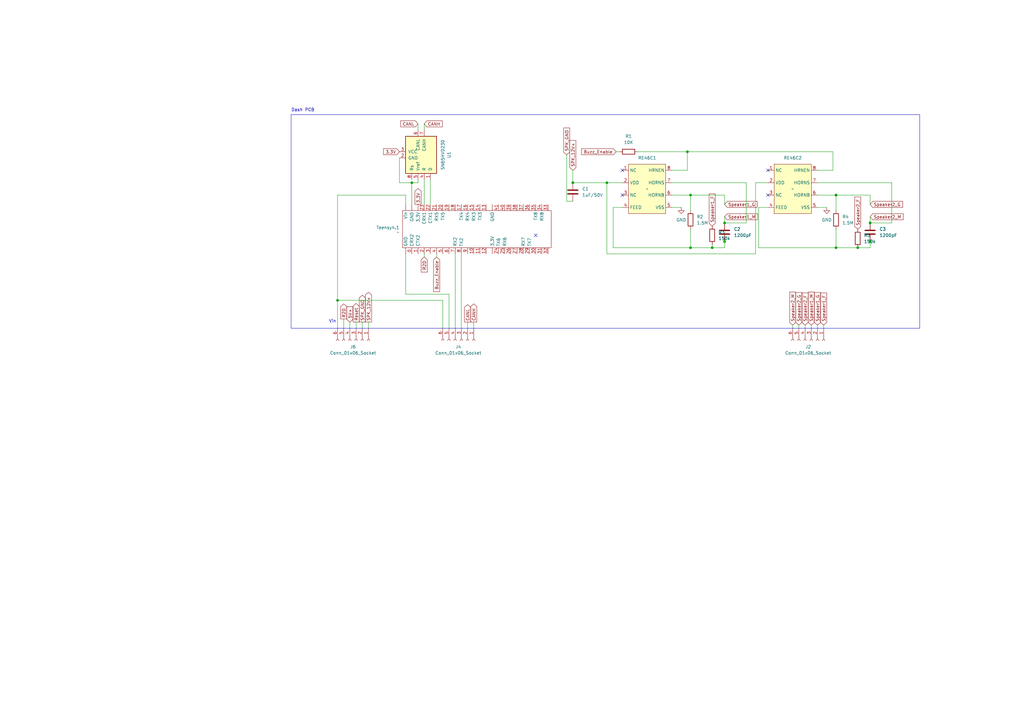
<source format=kicad_sch>
(kicad_sch (version 20231120) (generator "eeschema") (generator_version "8.0")
  (paper "A3")
  (title_block (title "SC FormulaE Electrical System"))
  (lib_symbols
    (symbol "Connector:Conn_01x06_Socket" (pin_names (offset 1.016) hide)
      (property "Reference" "J" (at 0 7.62 0))
      (property "Value" "Conn_01x06_Socket" (at 0 -10.16 0))
      (symbol "Conn_01x06_Socket_1_1"
        (arc (start 0 -7.112) (mid -0.5058 -7.62) (end 0 -8.128) (stroke (width 0.1524)))
        (arc (start 0 -4.572) (mid -0.5058 -5.08) (end 0 -5.588) (stroke (width 0.1524)))
        (arc (start 0 -2.032) (mid -0.5058 -2.54) (end 0 -3.048) (stroke (width 0.1524)))
        (polyline (pts (xy -1.27 -7.62) (xy -0.508 -7.62)) (stroke (width 0.1524)))
        (polyline (pts (xy -1.27 -5.08) (xy -0.508 -5.08)) (stroke (width 0.1524)))
        (polyline (pts (xy -1.27 -2.54) (xy -0.508 -2.54)) (stroke (width 0.1524)))
        (polyline (pts (xy -1.27 0) (xy -0.508 0)) (stroke (width 0.1524)))
        (polyline (pts (xy -1.27 2.54) (xy -0.508 2.54)) (stroke (width 0.1524)))
        (polyline (pts (xy -1.27 5.08) (xy -0.508 5.08)) (stroke (width 0.1524)))
        (arc (start 0 0.508) (mid -0.5058 0) (end 0 -0.508) (stroke (width 0.1524)))
        (arc (start 0 3.048) (mid -0.5058 2.54) (end 0 2.032) (stroke (width 0.1524)))
        (arc (start 0 5.588) (mid -0.5058 5.08) (end 0 4.572) (stroke (width 0.1524)))
        (pin passive line (at -5.08 5.08 0) (length 3.81) (name "Pin_1") (number "1"))
        (pin passive line (at -5.08 2.54 0) (length 3.81) (name "Pin_2") (number "2"))
        (pin passive line (at -5.08 0 0) (length 3.81) (name "Pin_3") (number "3"))
        (pin passive line (at -5.08 -2.54 0) (length 3.81) (name "Pin_4") (number "4"))
        (pin passive line (at -5.08 -5.08 0) (length 3.81) (name "Pin_5") (number "5"))
        (pin passive line (at -5.08 -7.62 0) (length 3.81) (name "Pin_6") (number "6"))
      )
    )
    (symbol "Device:C" (pin_numbers hide) (pin_names (offset 0.254))
      (property "Reference" "C" (at 0.635 2.54 0))
      (property "Value" "C" (at 0.635 -2.54 0))
      (symbol "C_0_1"
        (polyline (pts (xy -2.032 -0.762) (xy 2.032 -0.762)) (stroke (width 0.508)))
        (polyline (pts (xy -2.032 0.762) (xy 2.032 0.762)) (stroke (width 0.508)))
      )
      (symbol "C_1_1"
        (pin passive line (at 0 3.81 270) (length 2.794) (name "~") (number "1"))
        (pin passive line (at 0 -3.81 90) (length 2.794) (name "~") (number "2"))
      )
    )
    (symbol "Device:R" (pin_numbers hide) (pin_names (offset 0))
      (property "Reference" "R" (at 2.032 0 90))
      (property "Value" "R" (at 0 0 90))
      (symbol "R_0_1"
        (rectangle (start -1.016 -2.54) (end 1.016 2.54) (stroke (width 0.254)))
      )
      (symbol "R_1_1"
        (pin passive line (at 0 3.81 270) (length 1.27) (name "~") (number "1"))
        (pin passive line (at 0 -3.81 90) (length 1.27) (name "~") (number "2"))
      )
    )
    (symbol "FSAE:RE46C100"
      (property "Reference" "RE46C100" (at 0 0 0))
      (symbol "RE46C100_1_1"
        (rectangle (start -7.62 10.16) (end 7.62 -10.16) (fill (type background)))
        (pin input line (at -10.16 7.62 0) (length 2.54) (name "NC") (number "1"))
        (pin input line (at -10.16 2.54 0) (length 2.54) (name "VDD") (number "2"))
        (pin input line (at -10.16 -2.54 0) (length 2.54) (name "NC") (number "3"))
        (pin input line (at -10.16 -7.62 0) (length 2.54) (name "FEED") (number "4"))
        (pin input line (at 10.16 -7.62 180) (length 2.54) (name "VSS") (number "5"))
        (pin input line (at 10.16 -2.54 180) (length 2.54) (name "HORNB") (number "6"))
        (pin input line (at 10.16 2.54 180) (length 2.54) (name "HORNS") (number "7"))
        (pin input line (at 10.16 7.62 180) (length 2.54) (name "HRNEN") (number "8"))
      )
    )
    (symbol "SN65HVD230_1" (pin_names (offset 1.016))
      (property "Reference" "U" (at -2.54 10.16 0))
      (property "Value" "SN65HVD230" (at 1.27 -10.16 0))
      (symbol "SN65HVD230_1_0_1"
        (rectangle (start -7.62 5.08) (end 7.62 -7.62) (stroke (width 0.254)) (fill (type background)))
      )
      (symbol "SN65HVD230_1_1_1"
        (pin input line (at -10.16 2.54 0) (length 2.54) (name "D") (number "1"))
        (pin power_in line (at -1.27 -10.16 90) (length 2.54) (name "GND") (number "2"))
        (pin power_in line (at 1.27 -10.16 90) (length 2.54) (name "VCC") (number "3"))
        (pin output line (at -10.16 0 0) (length 2.54) (name "R") (number "4"))
        (pin output line (at -10.16 -2.54 0) (length 2.54) (name "Vref") (number "5"))
        (pin bidirectional line (at 10.16 -2.54 180) (length 2.54) (name "CANL") (number "6"))
        (pin bidirectional line (at 10.16 0 180) (length 2.54) (name "CANH") (number "7"))
        (pin input line (at -10.16 -5.08 0) (length 2.54) (name "Rs") (number "8"))
      )
    )
    (symbol "power:GND" (power) (pin_names (offset 0))
      (property "Value" "GND" (at 0 -3.81 0))
      (symbol "GND_0_1"
        (polyline (pts (xy 0 0) (xy 0 -1.27) (xy 1.27 -1.27) (xy 0 -2.54) (xy -1.27 -1.27) (xy 0 -1.27)))
      )
      (symbol "GND_1_1"
        (pin power_in line (at 0 0 270) (length 0) hide (name "GND") (number "1"))
      )
    )
    (symbol "teensy4.1_1"
      (property "Reference" "Teensy4.1" (at 7.366 -23.622 0))
      (symbol "teensy4.1_1_0_1"
        (rectangle (start 0 39.37) (end 15.24 -21.59))
      )
      (symbol "teensy4.1_1_1_1"
        (pin output line (at -2.54 2.54 0) (length 2.54) (name "3.3V") (number ""))
        (pin output line (at 17.78 33.02 180) (length 2.54) (name "3.3V") (number ""))
        (pin unspecified line (at -2.54 38.1 0) (length 2.54) (name "GND") (number ""))
        (pin unspecified line (at 17.78 2.54 180) (length 2.54) (name "GND") (number ""))
        (pin unspecified line (at 17.78 35.56 180) (length 2.54) (name "GND") (number ""))
        (pin input line (at 17.78 38.1 180) (length 2.54) (name "Vin") (number ""))
        (pin bidirectional line (at -2.54 35.56 0) (length 2.54) (name "CRX2") (number "0"))
        (pin bidirectional line (at -2.54 33.02 0) (length 2.54) (name "CTX2") (number "1"))
        (pin bidirectional line (at -2.54 10.16 0) (length 2.54) (name "") (number "10"))
        (pin bidirectional line (at -2.54 7.62 0) (length 2.54) (name "") (number "11"))
        (pin bidirectional line (at -2.54 5.08 0) (length 2.54) (name "") (number "12"))
        (pin bidirectional line (at 17.78 5.08 180) (length 2.54) (name "") (number "13"))
        (pin bidirectional line (at 17.78 7.62 180) (length 2.54) (name "TX3") (number "14"))
        (pin bidirectional line (at 17.78 10.16 180) (length 2.54) (name "RX3") (number "15"))
        (pin bidirectional line (at 17.78 12.7 180) (length 2.54) (name "RX4") (number "16"))
        (pin bidirectional line (at 17.78 15.24 180) (length 2.54) (name "TX4") (number "17"))
        (pin bidirectional line (at 17.78 17.78 180) (length 2.54) (name "") (number "18"))
        (pin bidirectional line (at 17.78 20.32 180) (length 2.54) (name "") (number "19"))
        (pin bidirectional line (at -2.54 30.48 0) (length 2.54) (name "") (number "2"))
        (pin bidirectional line (at 17.78 22.86 180) (length 2.54) (name "TX5") (number "20"))
        (pin bidirectional line (at 17.78 25.4 180) (length 2.54) (name "RX5") (number "21"))
        (pin bidirectional line (at 17.78 27.94 180) (length 2.54) (name "CTX1") (number "22"))
        (pin bidirectional line (at 17.78 30.48 180) (length 2.54) (name "CRX1") (number "23"))
        (pin bidirectional line (at -2.54 0 0) (length 2.54) (name "TX6") (number "24"))
        (pin bidirectional line (at -2.54 -2.54 0) (length 2.54) (name "RX6") (number "25"))
        (pin bidirectional line (at -2.54 -5.08 0) (length 2.54) (name "") (number "26"))
        (pin bidirectional line (at -2.54 -7.62 0) (length 2.54) (name "") (number "27"))
        (pin bidirectional line (at -2.54 -10.16 0) (length 2.54) (name "RX7") (number "28"))
        (pin bidirectional line (at -2.54 -12.7 0) (length 2.54) (name "TX7") (number "29"))
        (pin bidirectional line (at -2.54 27.94 0) (length 2.54) (name "") (number "3"))
        (pin bidirectional line (at -2.54 -15.24 0) (length 2.54) (name "") (number "30"))
        (pin bidirectional line (at -2.54 -17.78 0) (length 2.54) (name "") (number "31"))
        (pin bidirectional line (at -2.54 -20.32 0) (length 2.54) (name "") (number "32"))
        (pin bidirectional line (at 17.78 -20.32 180) (length 2.54) (name "") (number "33"))
        (pin bidirectional line (at 17.78 -17.78 180) (length 2.54) (name "RX8") (number "34"))
        (pin bidirectional line (at 17.78 -15.24 180) (length 2.54) (name "TX8") (number "35"))
        (pin bidirectional line (at 17.78 -12.7 180) (length 2.54) (name "") (number "36"))
        (pin bidirectional line (at 17.78 -10.16 180) (length 2.54) (name "") (number "37"))
        (pin bidirectional line (at 17.78 -7.62 180) (length 2.54) (name "") (number "38"))
        (pin bidirectional line (at 17.78 -5.08 180) (length 2.54) (name "") (number "39"))
        (pin bidirectional line (at -2.54 25.4 0) (length 2.54) (name "") (number "4"))
        (pin bidirectional line (at 17.78 -2.54 180) (length 2.54) (name "") (number "40"))
        (pin bidirectional line (at 17.78 0 180) (length 2.54) (name "") (number "41"))
        (pin bidirectional line (at -2.54 22.86 0) (length 2.54) (name "") (number "5"))
        (pin bidirectional line (at -2.54 20.32 0) (length 2.54) (name "") (number "6"))
        (pin bidirectional line (at -2.54 17.78 0) (length 2.54) (name "RX2") (number "7"))
        (pin bidirectional line (at -2.54 15.24 0) (length 2.54) (name "TX2") (number "8"))
        (pin bidirectional line (at -2.54 12.7 0) (length 2.54) (name "") (number "9"))
      )
    )
  )
  (junction (at 138.43 123.19))
  (junction (at 283.21 101.6))
  (junction (at 283.21 80.01))
  (junction (at 248.92 74.93))
  (junction (at 297.18 99.06))
  (junction (at 297.18 91.44))
  (junction (at 234.95 74.93))
  (junction (at 342.9 80.01))
  (junction (at 168.91 74.93))
  (junction (at 281.94 62.23))
  (junction (at 292.1 101.6))
  (junction (at 356.87 99.06))
  (junction (at 351.79 101.6))
  (junction (at 342.9 101.6))
  (junction (at 356.87 91.44))
  (no_connect (at 314.96 69.85))
  (no_connect (at 314.96 80.01))
  (no_connect (at 255.27 80.01))
  (no_connect (at 219.71 96.52))
  (no_connect (at 255.27 69.85))
  (wire (pts (xy 251.46 85.09) (xy 251.46 101.6)))
  (wire (pts (xy 297.18 80.01) (xy 297.18 83.82)))
  (wire (pts (xy 184.15 120.65) (xy 184.15 134.62)))
  (wire (pts (xy 166.37 104.14) (xy 166.37 120.65)))
  (wire (pts (xy 356.87 88.9) (xy 356.87 91.44)))
  (wire (pts (xy 166.37 80.01) (xy 166.37 83.82)))
  (wire (pts (xy 297.18 88.9) (xy 297.18 91.44)))
  (wire (pts (xy 314.96 85.09) (xy 311.15 85.09)))
  (wire (pts (xy 325.12 133.35) (xy 325.12 134.62)))
  (wire (pts (xy 351.79 101.6) (xy 356.87 101.6)))
  (wire (pts (xy 163.83 74.93) (xy 168.91 74.93)))
  (wire (pts (xy 342.9 101.6) (xy 351.79 101.6)))
  (wire (pts (xy 189.23 104.14) (xy 189.23 134.62)))
  (wire (pts (xy 275.59 74.93) (xy 306.07 74.93)))
  (wire (pts (xy 283.21 80.01) (xy 283.21 86.36)))
  (wire (pts (xy 186.69 104.14) (xy 186.69 134.62)))
  (wire (pts (xy 176.53 73.66) (xy 176.53 83.82)))
  (wire (pts (xy 281.94 62.23) (xy 281.94 69.85)))
  (wire (pts (xy 297.18 99.06) (xy 297.18 101.6)))
  (wire (pts (xy 173.99 73.66) (xy 173.99 83.82)))
  (wire (pts (xy 168.91 74.93) (xy 171.45 74.93)))
  (wire (pts (xy 181.61 123.19) (xy 181.61 134.62)))
  (wire (pts (xy 341.63 62.23) (xy 341.63 69.85)))
  (wire (pts (xy 163.83 64.77) (xy 163.83 74.93)))
  (wire (pts (xy 194.31 132.08) (xy 194.31 134.62)))
  (wire (pts (xy 335.28 74.93) (xy 365.76 74.93)))
  (wire (pts (xy 365.76 91.44) (xy 365.76 74.93)))
  (wire (pts (xy 234.95 74.93) (xy 248.92 74.93)))
  (wire (pts (xy 283.21 93.98) (xy 283.21 101.6)))
  (wire (pts (xy 309.88 74.93) (xy 314.96 74.93)))
  (wire (pts (xy 283.21 80.01) (xy 297.18 80.01)))
  (wire (pts (xy 330.2 133.35) (xy 330.2 134.62)))
  (wire (pts (xy 140.97 130.81) (xy 140.97 134.62)))
  (wire (pts (xy 275.59 85.09) (xy 279.4 85.09)))
  (wire (pts (xy 261.62 62.23) (xy 281.94 62.23)))
  (wire (pts (xy 173.99 104.14) (xy 173.99 105.41)))
  (wire (pts (xy 356.87 80.01) (xy 356.87 83.82)))
  (wire (pts (xy 292.1 100.33) (xy 292.1 101.6)))
  (wire (pts (xy 337.82 133.35) (xy 337.82 134.62)))
  (wire (pts (xy 275.59 69.85) (xy 281.94 69.85)))
  (wire (pts (xy 251.46 101.6) (xy 283.21 101.6)))
  (wire (pts (xy 356.87 99.06) (xy 356.87 101.6)))
  (wire (pts (xy 138.43 80.01) (xy 166.37 80.01)))
  (wire (pts (xy 143.51 132.08) (xy 143.51 134.62)))
  (wire (pts (xy 311.15 101.6) (xy 342.9 101.6)))
  (wire (pts (xy 356.87 91.44) (xy 365.76 91.44)))
  (wire (pts (xy 283.21 101.6) (xy 292.1 101.6)))
  (wire (pts (xy 138.43 123.19) (xy 181.61 123.19)))
  (wire (pts (xy 306.07 91.44) (xy 306.07 74.93)))
  (wire (pts (xy 335.28 69.85) (xy 341.63 69.85)))
  (wire (pts (xy 148.59 132.08) (xy 148.59 134.62)))
  (wire (pts (xy 342.9 93.98) (xy 342.9 101.6)))
  (wire (pts (xy 297.18 91.44) (xy 306.07 91.44)))
  (wire (pts (xy 356.87 97.79) (xy 356.87 99.06)))
  (wire (pts (xy 171.45 50.8) (xy 171.45 53.34)))
  (wire (pts (xy 275.59 80.01) (xy 283.21 80.01)))
  (wire (pts (xy 281.94 62.23) (xy 341.63 62.23)))
  (wire (pts (xy 297.18 97.79) (xy 297.18 99.06)))
  (wire (pts (xy 254 62.23) (xy 252.73 62.23)))
  (wire (pts (xy 173.99 50.8) (xy 173.99 53.34)))
  (wire (pts (xy 335.28 85.09) (xy 339.09 85.09)))
  (wire (pts (xy 342.9 80.01) (xy 342.9 86.36)))
  (wire (pts (xy 332.74 133.35) (xy 332.74 134.62)))
  (wire (pts (xy 309.88 74.93) (xy 309.88 104.14)))
  (wire (pts (xy 168.91 74.93) (xy 168.91 83.82)))
  (wire (pts (xy 191.77 132.08) (xy 191.77 134.62)))
  (wire (pts (xy 146.05 132.08) (xy 146.05 134.62)))
  (wire (pts (xy 138.43 80.01) (xy 138.43 123.19)))
  (wire (pts (xy 171.45 74.93) (xy 171.45 73.66)))
  (wire (pts (xy 151.13 132.08) (xy 151.13 134.62)))
  (wire (pts (xy 232.41 63.5) (xy 232.41 82.55)))
  (wire (pts (xy 335.28 80.01) (xy 342.9 80.01)))
  (wire (pts (xy 234.95 82.55) (xy 232.41 82.55)))
  (wire (pts (xy 292.1 101.6) (xy 297.18 101.6)))
  (wire (pts (xy 248.92 104.14) (xy 309.88 104.14)))
  (wire (pts (xy 255.27 85.09) (xy 251.46 85.09)))
  (wire (pts (xy 179.07 104.14) (xy 179.07 105.41)))
  (wire (pts (xy 342.9 80.01) (xy 356.87 80.01)))
  (wire (pts (xy 327.66 133.35) (xy 327.66 134.62)))
  (wire (pts (xy 248.92 74.93) (xy 248.92 104.14)))
  (wire (pts (xy 234.95 69.85) (xy 234.95 74.93)))
  (wire (pts (xy 311.15 85.09) (xy 311.15 101.6)))
  (wire (pts (xy 335.28 133.35) (xy 335.28 134.62)))
  (wire (pts (xy 255.27 74.93) (xy 248.92 74.93)))
  (wire (pts (xy 138.43 123.19) (xy 138.43 134.62)))
  (wire (pts (xy 166.37 120.65) (xy 184.15 120.65)))
  (rectangle (start 119.38 46.99) (end 377.19 134.62))
  (text "Dash PCB" (at 124.206 45.212 0) (effects (font (size 1.27 1.27))))
  (text "Vin" (at 136.398 131.826 0) (effects (font (size 1.27 1.27))))
  (global_label "5V+" (shape input) (at 143.51 132.08 90) (property "Intersheetrefs" "${INTERSHEET_REFS}" (effects (hide yes))))
  (global_label "3.3V" (shape output) (at 171.45 83.82 90) (property "Intersheetrefs" "${INTERSHEET_REFS}" (effects (hide yes))))
  (global_label "SPK_12V+" (shape output) (at 151.13 132.08 90) (property "Intersheetrefs" "${INTERSHEET_REFS}" (effects (hide yes))))
  (global_label "Speaker2_G" (shape input) (at 327.66 133.35 90) (property "Intersheetrefs" "${INTERSHEET_REFS}" (effects (hide yes))))
  (global_label "Speaker2_F" (shape input) (at 330.2 133.35 90) (property "Intersheetrefs" "${INTERSHEET_REFS}" (effects (hide yes))))
  (global_label "CANH" (shape output) (at 194.31 132.08 90) (property "Intersheetrefs" "${INTERSHEET_REFS}" (effects (hide yes))))
  (global_label "CANL" (shape output) (at 191.77 132.08 90) (property "Intersheetrefs" "${INTERSHEET_REFS}" (effects (hide yes))))
  (global_label "Speaker2_M" (shape input) (at 356.87 88.9 0) (property "Intersheetrefs" "${INTERSHEET_REFS}" (effects (hide yes))))
  (global_label "SPK_12V+" (shape input) (at 234.95 69.85 90) (property "Intersheetrefs" "${INTERSHEET_REFS}" (effects (hide yes))))
  (global_label "Buzz_Enable" (shape input) (at 179.07 105.41 270) (property "Intersheetrefs" "${INTERSHEET_REFS}" (effects (hide yes))))
  (global_label "3.3V" (shape input) (at 163.83 62.23 180) (property "Intersheetrefs" "${INTERSHEET_REFS}" (effects (hide yes))))
  (global_label "R2D" (shape output) (at 140.97 130.81 90) (property "Intersheetrefs" "${INTERSHEET_REFS}" (effects (hide yes))))
  (global_label "Speaker1_F" (shape input) (at 292.1 92.71 90) (property "Intersheetrefs" "${INTERSHEET_REFS}" (effects (hide yes))))
  (global_label "CANL" (shape input) (at 171.45 50.8 180) (property "Intersheetrefs" "${INTERSHEET_REFS}" (effects (hide yes))))
  (global_label "Speaker1_G" (shape input) (at 297.18 83.82 0) (property "Intersheetrefs" "${INTERSHEET_REFS}" (effects (hide yes))))
  (global_label "CANH" (shape input) (at 173.99 50.8 0) (property "Intersheetrefs" "${INTERSHEET_REFS}" (effects (hide yes))))
  (global_label "SPK_GND" (shape output) (at 148.59 132.08 90) (property "Intersheetrefs" "${INTERSHEET_REFS}" (effects (hide yes))))
  (global_label "Speaker2_F" (shape input) (at 351.79 93.98 90) (property "Intersheetrefs" "${INTERSHEET_REFS}" (effects (hide yes))))
  (global_label "Speaker1_F" (shape input) (at 337.82 133.35 90) (property "Intersheetrefs" "${INTERSHEET_REFS}" (effects (hide yes))))
  (global_label "Speaker1_M" (shape input) (at 332.74 133.35 90) (property "Intersheetrefs" "${INTERSHEET_REFS}" (effects (hide yes))))
  (global_label "Reset" (shape output) (at 146.05 132.08 90) (property "Intersheetrefs" "${INTERSHEET_REFS}" (effects (hide yes))))
  (global_label "Speaker1_G" (shape input) (at 335.28 133.35 90) (property "Intersheetrefs" "${INTERSHEET_REFS}" (effects (hide yes))))
  (global_label "Speaker2_G" (shape input) (at 356.87 83.82 0) (property "Intersheetrefs" "${INTERSHEET_REFS}" (effects (hide yes))))
  (global_label "Speaker1_M" (shape input) (at 297.18 88.9 0) (property "Intersheetrefs" "${INTERSHEET_REFS}" (effects (hide yes))))
  (global_label "Speaker2_M" (shape input) (at 325.12 133.35 90) (property "Intersheetrefs" "${INTERSHEET_REFS}" (effects (hide yes))))
  (global_label "SPK_GND" (shape input) (at 232.41 63.5 90) (property "Intersheetrefs" "${INTERSHEET_REFS}" (effects (hide yes))))
  (global_label "Buzz_Enable" (shape input) (at 252.73 62.23 180) (property "Intersheetrefs" "${INTERSHEET_REFS}" (effects (hide yes))))
  (global_label "R2D" (shape input) (at 173.99 105.41 270) (property "Intersheetrefs" "${INTERSHEET_REFS}" (effects (hide yes))))
  (symbol (lib_id "Device:R") (at 342.9 90.17 0) (unit 1)
    (property "Reference" "R4" (at 345.44 88.9 0) (effects (justify left)))
    (property "Value" "1.5M" (at 345.44 91.44 0) (effects (justify left)))
    (property "Footprint" "Resistor_THT:R_Axial_DIN0411_L9.9mm_D3.6mm_P12.70mm_Horizontal" (effects (hide yes)))
  )
  (symbol (lib_id "Device:R") (at 292.1 96.52 0) (unit 1)
    (property "Reference" "R3" (at 294.64 95.25 0) (effects (justify left)))
    (property "Value" "150k" (at 294.64 97.79 0) (effects (justify left)))
    (property "Footprint" "Resistor_THT:R_Axial_DIN0411_L9.9mm_D3.6mm_P12.70mm_Horizontal" (effects (hide yes)))
  )
  (symbol (lib_id "power:GND") (at 279.4 85.09 0) (unit 1)
    (property "Reference" "#PWR06" (effects (hide yes)))
    (property "Value" "GND" (at 279.4 90.17 0))
  )
  (symbol (lib_id "Device:R") (at 283.21 90.17 0) (unit 1)
    (property "Reference" "R2" (at 285.75 88.9 0) (effects (justify left)))
    (property "Value" "1.5M" (at 285.75 91.44 0) (effects (justify left)))
    (property "Footprint" "Resistor_THT:R_Axial_DIN0411_L9.9mm_D3.6mm_P12.70mm_Horizontal" (effects (hide yes)))
  )
  (symbol (lib_id "Device:R") (at 257.81 62.23 270) (unit 1)
    (property "Reference" "R1" (at 257.81 55.88 90))
    (property "Value" "10K" (at 257.81 58.42 90))
    (property "Footprint" "Resistor_THT:R_Axial_DIN0411_L9.9mm_D3.6mm_P12.70mm_Horizontal" (effects (hide yes)))
  )
  (symbol (lib_id "power:GND") (at 339.09 85.09 0) (unit 1)
    (property "Reference" "#PWR09" (effects (hide yes)))
    (property "Value" "GND" (at 339.09 90.17 0))
  )
  (symbol (lib_id "Connector:Conn_01x06_Socket") (at 332.74 139.7 270) (unit 1)
    (property "Reference" "J2" (at 331.47 142.24 90))
    (property "Value" "Conn_01x06_Socket" (at 331.47 144.78 90))
    (property "Description" "Generic connector, single row, 01x06, script generated" (effects (hide yes)))
  )
  (symbol (lib_id "Device:C") (at 356.87 95.25 0) (unit 1)
    (property "Reference" "C3" (at 360.68 93.98 0) (effects (justify left)))
    (property "Value" "1200pF" (at 360.68 96.52 0) (effects (justify left)))
    (property "Footprint" "Capacitor_THT:C_Axial_L3.8mm_D2.6mm_P7.50mm_Horizontal" (effects (hide yes)))
  )
  (symbol (lib_id "Device:C") (at 234.95 78.74 0) (unit 1)
    (property "Reference" "C1" (at 238.76 77.47 0) (effects (justify left)))
    (property "Value" "1uF/50V" (at 238.76 80.01 0) (effects (justify left)))
    (property "Footprint" "Capacitor_THT:CP_Radial_Tantal_D7.0mm_P5.00mm" (effects (hide yes)))
  )
  (symbol (lib_id "Connector:Conn_01x06_Socket") (at 146.05 139.7 270) (unit 1)
    (property "Reference" "J6" (at 144.78 142.24 90))
    (property "Value" "Conn_01x06_Socket" (at 144.78 144.78 90))
    (property "Description" "Generic connector, single row, 01x06, script generated" (effects (hide yes)))
  )
  (symbol (lib_id "FSAE:RE46C100") (at 325.12 77.47 0) (unit 1)
    (property "Reference" "RE46C2" (at 325.12 64.77 0))
    (property "Value" "~" (at 325.12 77.47 0))
    (property "Footprint" "Package_DIP:DIP-8_W7.62mm" (effects (hide yes)))
  )
  (symbol (lib_id "Connector:Conn_01x06_Socket") (at 189.23 139.7 270) (unit 1)
    (property "Reference" "J4" (at 187.96 142.24 90))
    (property "Value" "Conn_01x06_Socket" (at 187.96 144.78 90))
    (property "Description" "Generic connector, single row, 01x06, script generated" (effects (hide yes)))
  )
  (symbol (lib_id "Device:C") (at 297.18 95.25 0) (unit 1)
    (property "Reference" "C2" (at 300.99 93.98 0) (effects (justify left)))
    (property "Value" "1200pF" (at 300.99 96.52 0) (effects (justify left)))
    (property "Footprint" "Capacitor_THT:C_Axial_L3.8mm_D2.6mm_P7.50mm_Horizontal" (effects (hide yes)))
  )
  (symbol (lib_id "FSAE:RE46C100") (at 265.43 77.47 0) (unit 1)
    (property "Reference" "RE46C1" (at 265.43 64.77 0))
    (property "Value" "~" (at 265.43 77.47 0))
    (property "Footprint" "Package_DIP:DIP-8_W7.62mm" (effects (hide yes)))
  )
  (symbol (lib_name "SN65HVD230_1") (lib_id "Interface_CAN_LIN:SN65HVD230") (at 173.99 63.5 270) (mirror x) (unit 1)
    (property "Reference" "U1" (at 184.15 63.5 0))
    (property "Value" "SN65HVD230" (at 181.61 63.5 0))
    (property "Footprint" "Package_SO:SOIC-8_3.9x4.9mm_P1.27mm" (effects (hide yes)))
    (property "Datasheet" "http://www.ti.com/lit/ds/symlink/sn65hvd230.pdf" (effects (hide yes)))
    (property "Description" "CAN Bus Transceivers, 3.3V, 1Mbps, Low-Power capabilities, SOIC-8" (effects (hide yes)))
  )
  (symbol (lib_name "teensy4.1_1") (lib_id "teensy:teensy4.1") (at 204.47 101.6 90) (unit 1)
    (property "Reference" "Teensy4.1" (at 163.83 93.3449 90) (effects (justify left)))
    (property "Value" "~" (at 163.83 95.25 90) (effects (justify left)))
    (property "Footprint" "Teensy4.1:MODULE_DEV-16771" (effects (hide yes)))
  )
  (symbol (lib_id "Device:R") (at 351.79 97.79 0) (unit 1)
    (property "Reference" "R5" (at 354.33 96.52 0) (effects (justify left)))
    (property "Value" "150k" (at 354.33 99.06 0) (effects (justify left)))
    (property "Footprint" "Resistor_THT:R_Axial_DIN0411_L9.9mm_D3.6mm_P12.70mm_Horizontal" (effects (hide yes)))
  )
)
</source>
